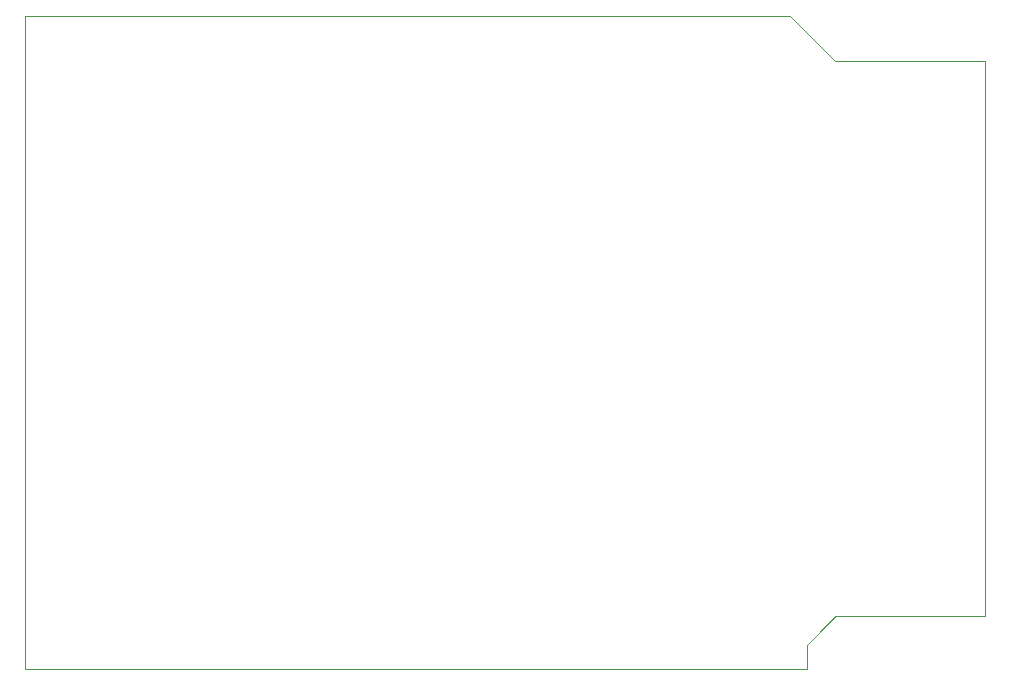
<source format=gbr>
G04 (created by PCBNEW (2013-07-07 BZR 4022)-stable) date 12/24/2014 2:10:28 AM*
%MOIN*%
G04 Gerber Fmt 3.4, Leading zero omitted, Abs format*
%FSLAX34Y34*%
G01*
G70*
G90*
G04 APERTURE LIST*
%ADD10C,0.00590551*%
%ADD11C,0.00393701*%
G04 APERTURE END LIST*
G54D10*
G54D11*
X89001Y-45009D02*
X89001Y-44996D01*
X88065Y-45945D02*
X89001Y-45009D01*
X88065Y-46760D02*
X88065Y-45945D01*
X62060Y-46760D02*
X88060Y-46760D01*
X87993Y-46758D02*
X88011Y-46758D01*
X62063Y-46759D02*
X61998Y-46759D01*
X61997Y-45999D02*
X61997Y-46755D01*
X62000Y-25000D02*
X62000Y-46000D01*
X87500Y-25000D02*
X62000Y-25000D01*
X88000Y-25500D02*
X87500Y-25000D01*
X88500Y-26000D02*
X88000Y-25500D01*
X89000Y-26500D02*
X88500Y-26000D01*
X94000Y-26500D02*
X89000Y-26500D01*
X94000Y-45000D02*
X94000Y-26500D01*
X89000Y-45000D02*
X94000Y-45000D01*
X88500Y-45500D02*
X89000Y-45000D01*
M02*

</source>
